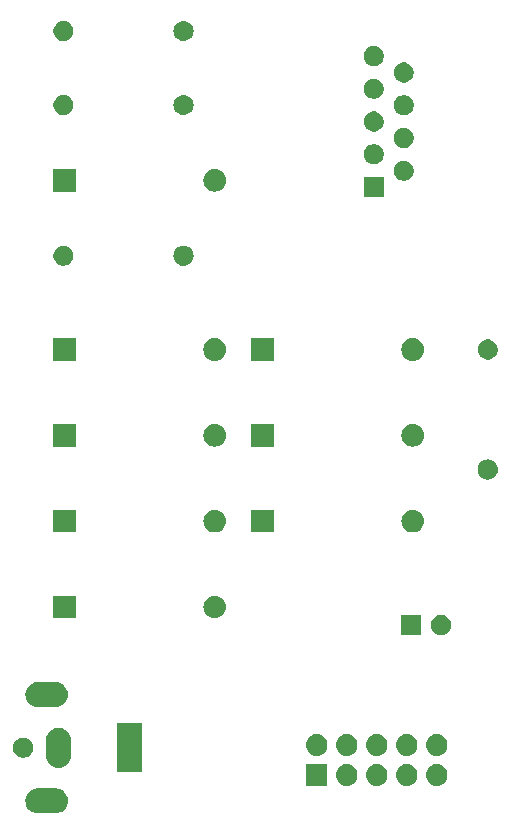
<source format=gbr>
%TF.GenerationSoftware,KiCad,Pcbnew,5.1.4-3.fc30*%
%TF.CreationDate,2019-10-13T14:02:28+02:00*%
%TF.ProjectId,dasa,64617361-2e6b-4696-9361-645f70636258,rev?*%
%TF.SameCoordinates,PX67eb070PY719b7f0*%
%TF.FileFunction,Soldermask,Bot*%
%TF.FilePolarity,Negative*%
%FSLAX46Y46*%
G04 Gerber Fmt 4.6, Leading zero omitted, Abs format (unit mm)*
G04 Created by KiCad (PCBNEW 5.1.4-3.fc30) date 2019-10-13 14:02:28*
%MOMM*%
%LPD*%
G04 APERTURE LIST*
%ADD10C,0.150000*%
G04 APERTURE END LIST*
D10*
G36*
X6197097Y7491931D02*
G01*
X6300032Y7481793D01*
X6498146Y7421695D01*
X6498149Y7421694D01*
X6594975Y7369939D01*
X6680729Y7324103D01*
X6840765Y7192765D01*
X6972103Y7032729D01*
X7017939Y6946975D01*
X7069694Y6850149D01*
X7069695Y6850146D01*
X7129793Y6652032D01*
X7150085Y6446000D01*
X7129793Y6239968D01*
X7069695Y6041854D01*
X7069694Y6041851D01*
X7017939Y5945025D01*
X6972103Y5859271D01*
X6840765Y5699235D01*
X6680729Y5567897D01*
X6594975Y5522061D01*
X6498149Y5470306D01*
X6498146Y5470305D01*
X6300032Y5410207D01*
X6197097Y5400069D01*
X6145631Y5395000D01*
X4542369Y5395000D01*
X4490903Y5400069D01*
X4387968Y5410207D01*
X4189854Y5470305D01*
X4189851Y5470306D01*
X4093025Y5522061D01*
X4007271Y5567897D01*
X3847235Y5699235D01*
X3715897Y5859271D01*
X3670061Y5945025D01*
X3618306Y6041851D01*
X3618305Y6041854D01*
X3558207Y6239968D01*
X3537915Y6446000D01*
X3558207Y6652032D01*
X3618305Y6850146D01*
X3618306Y6850149D01*
X3670061Y6946975D01*
X3715897Y7032729D01*
X3847235Y7192765D01*
X4007271Y7324103D01*
X4093025Y7369939D01*
X4189851Y7421694D01*
X4189854Y7421695D01*
X4387968Y7481793D01*
X4490903Y7491931D01*
X4542369Y7497000D01*
X6145631Y7497000D01*
X6197097Y7491931D01*
X6197097Y7491931D01*
G37*
G36*
X29108600Y7721400D02*
G01*
X27279400Y7721400D01*
X27279400Y9550600D01*
X29108600Y9550600D01*
X29108600Y7721400D01*
X29108600Y7721400D01*
G37*
G36*
X30913294Y9537367D02*
G01*
X31085695Y9485069D01*
X31244583Y9400142D01*
X31383849Y9285849D01*
X31498142Y9146583D01*
X31583069Y8987695D01*
X31635367Y8815294D01*
X31653025Y8636000D01*
X31635367Y8456706D01*
X31583069Y8284305D01*
X31498142Y8125417D01*
X31383849Y7986151D01*
X31244583Y7871858D01*
X31085695Y7786931D01*
X30913294Y7734633D01*
X30778931Y7721400D01*
X30689069Y7721400D01*
X30554706Y7734633D01*
X30382305Y7786931D01*
X30223417Y7871858D01*
X30084151Y7986151D01*
X29969858Y8125417D01*
X29884931Y8284305D01*
X29832633Y8456706D01*
X29814975Y8636000D01*
X29832633Y8815294D01*
X29884931Y8987695D01*
X29969858Y9146583D01*
X30084151Y9285849D01*
X30223417Y9400142D01*
X30382305Y9485069D01*
X30554706Y9537367D01*
X30689069Y9550600D01*
X30778931Y9550600D01*
X30913294Y9537367D01*
X30913294Y9537367D01*
G37*
G36*
X33453294Y9537367D02*
G01*
X33625695Y9485069D01*
X33784583Y9400142D01*
X33923849Y9285849D01*
X34038142Y9146583D01*
X34123069Y8987695D01*
X34175367Y8815294D01*
X34193025Y8636000D01*
X34175367Y8456706D01*
X34123069Y8284305D01*
X34038142Y8125417D01*
X33923849Y7986151D01*
X33784583Y7871858D01*
X33625695Y7786931D01*
X33453294Y7734633D01*
X33318931Y7721400D01*
X33229069Y7721400D01*
X33094706Y7734633D01*
X32922305Y7786931D01*
X32763417Y7871858D01*
X32624151Y7986151D01*
X32509858Y8125417D01*
X32424931Y8284305D01*
X32372633Y8456706D01*
X32354975Y8636000D01*
X32372633Y8815294D01*
X32424931Y8987695D01*
X32509858Y9146583D01*
X32624151Y9285849D01*
X32763417Y9400142D01*
X32922305Y9485069D01*
X33094706Y9537367D01*
X33229069Y9550600D01*
X33318931Y9550600D01*
X33453294Y9537367D01*
X33453294Y9537367D01*
G37*
G36*
X38533294Y9537367D02*
G01*
X38705695Y9485069D01*
X38864583Y9400142D01*
X39003849Y9285849D01*
X39118142Y9146583D01*
X39203069Y8987695D01*
X39255367Y8815294D01*
X39273025Y8636000D01*
X39255367Y8456706D01*
X39203069Y8284305D01*
X39118142Y8125417D01*
X39003849Y7986151D01*
X38864583Y7871858D01*
X38705695Y7786931D01*
X38533294Y7734633D01*
X38398931Y7721400D01*
X38309069Y7721400D01*
X38174706Y7734633D01*
X38002305Y7786931D01*
X37843417Y7871858D01*
X37704151Y7986151D01*
X37589858Y8125417D01*
X37504931Y8284305D01*
X37452633Y8456706D01*
X37434975Y8636000D01*
X37452633Y8815294D01*
X37504931Y8987695D01*
X37589858Y9146583D01*
X37704151Y9285849D01*
X37843417Y9400142D01*
X38002305Y9485069D01*
X38174706Y9537367D01*
X38309069Y9550600D01*
X38398931Y9550600D01*
X38533294Y9537367D01*
X38533294Y9537367D01*
G37*
G36*
X35993294Y9537367D02*
G01*
X36165695Y9485069D01*
X36324583Y9400142D01*
X36463849Y9285849D01*
X36578142Y9146583D01*
X36663069Y8987695D01*
X36715367Y8815294D01*
X36733025Y8636000D01*
X36715367Y8456706D01*
X36663069Y8284305D01*
X36578142Y8125417D01*
X36463849Y7986151D01*
X36324583Y7871858D01*
X36165695Y7786931D01*
X35993294Y7734633D01*
X35858931Y7721400D01*
X35769069Y7721400D01*
X35634706Y7734633D01*
X35462305Y7786931D01*
X35303417Y7871858D01*
X35164151Y7986151D01*
X35049858Y8125417D01*
X34964931Y8284305D01*
X34912633Y8456706D01*
X34894975Y8636000D01*
X34912633Y8815294D01*
X34964931Y8987695D01*
X35049858Y9146583D01*
X35164151Y9285849D01*
X35303417Y9400142D01*
X35462305Y9485069D01*
X35634706Y9537367D01*
X35769069Y9550600D01*
X35858931Y9550600D01*
X35993294Y9537367D01*
X35993294Y9537367D01*
G37*
G36*
X13395000Y8895000D02*
G01*
X11293000Y8895000D01*
X11293000Y12997000D01*
X13395000Y12997000D01*
X13395000Y8895000D01*
X13395000Y8895000D01*
G37*
G36*
X6550032Y12631793D02*
G01*
X6748146Y12571695D01*
X6748149Y12571694D01*
X6844975Y12519939D01*
X6930729Y12474103D01*
X7090765Y12342765D01*
X7222103Y12182729D01*
X7267939Y12096975D01*
X7319694Y12000149D01*
X7319695Y12000146D01*
X7379793Y11802032D01*
X7395000Y11647630D01*
X7395000Y10244370D01*
X7379793Y10089968D01*
X7319695Y9891855D01*
X7319694Y9891851D01*
X7267939Y9795025D01*
X7222103Y9709271D01*
X7090765Y9549235D01*
X6930729Y9417897D01*
X6814030Y9355521D01*
X6748148Y9320306D01*
X6748145Y9320305D01*
X6550031Y9260207D01*
X6344000Y9239915D01*
X6137968Y9260207D01*
X5939854Y9320305D01*
X5939851Y9320306D01*
X5843025Y9372061D01*
X5757271Y9417897D01*
X5597235Y9549235D01*
X5465897Y9709271D01*
X5368307Y9891851D01*
X5368306Y9891852D01*
X5368305Y9891855D01*
X5308207Y10089969D01*
X5293000Y10244371D01*
X5293000Y11647631D01*
X5308207Y11802030D01*
X5368305Y12000147D01*
X5443184Y12140234D01*
X5465898Y12182729D01*
X5597236Y12342765D01*
X5757272Y12474103D01*
X5843026Y12519939D01*
X5939852Y12571694D01*
X5939855Y12571695D01*
X6137969Y12631793D01*
X6344000Y12652085D01*
X6550032Y12631793D01*
X6550032Y12631793D01*
G37*
G36*
X3592228Y11764297D02*
G01*
X3747100Y11700147D01*
X3886481Y11607015D01*
X4005015Y11488481D01*
X4098147Y11349100D01*
X4162297Y11194228D01*
X4195000Y11029816D01*
X4195000Y10862184D01*
X4162297Y10697772D01*
X4098147Y10542900D01*
X4005015Y10403519D01*
X3886481Y10284985D01*
X3747100Y10191853D01*
X3592228Y10127703D01*
X3427816Y10095000D01*
X3260184Y10095000D01*
X3095772Y10127703D01*
X2940900Y10191853D01*
X2801519Y10284985D01*
X2682985Y10403519D01*
X2589853Y10542900D01*
X2525703Y10697772D01*
X2493000Y10862184D01*
X2493000Y11029816D01*
X2525703Y11194228D01*
X2589853Y11349100D01*
X2682985Y11488481D01*
X2801519Y11607015D01*
X2940900Y11700147D01*
X3095772Y11764297D01*
X3260184Y11797000D01*
X3427816Y11797000D01*
X3592228Y11764297D01*
X3592228Y11764297D01*
G37*
G36*
X28373294Y12077367D02*
G01*
X28545695Y12025069D01*
X28704583Y11940142D01*
X28843849Y11825849D01*
X28958142Y11686583D01*
X29043069Y11527695D01*
X29095367Y11355294D01*
X29113025Y11176000D01*
X29095367Y10996706D01*
X29043069Y10824305D01*
X28958142Y10665417D01*
X28843849Y10526151D01*
X28704583Y10411858D01*
X28545695Y10326931D01*
X28373294Y10274633D01*
X28238931Y10261400D01*
X28149069Y10261400D01*
X28014706Y10274633D01*
X27842305Y10326931D01*
X27683417Y10411858D01*
X27544151Y10526151D01*
X27429858Y10665417D01*
X27344931Y10824305D01*
X27292633Y10996706D01*
X27274975Y11176000D01*
X27292633Y11355294D01*
X27344931Y11527695D01*
X27429858Y11686583D01*
X27544151Y11825849D01*
X27683417Y11940142D01*
X27842305Y12025069D01*
X28014706Y12077367D01*
X28149069Y12090600D01*
X28238931Y12090600D01*
X28373294Y12077367D01*
X28373294Y12077367D01*
G37*
G36*
X38533294Y12077367D02*
G01*
X38705695Y12025069D01*
X38864583Y11940142D01*
X39003849Y11825849D01*
X39118142Y11686583D01*
X39203069Y11527695D01*
X39255367Y11355294D01*
X39273025Y11176000D01*
X39255367Y10996706D01*
X39203069Y10824305D01*
X39118142Y10665417D01*
X39003849Y10526151D01*
X38864583Y10411858D01*
X38705695Y10326931D01*
X38533294Y10274633D01*
X38398931Y10261400D01*
X38309069Y10261400D01*
X38174706Y10274633D01*
X38002305Y10326931D01*
X37843417Y10411858D01*
X37704151Y10526151D01*
X37589858Y10665417D01*
X37504931Y10824305D01*
X37452633Y10996706D01*
X37434975Y11176000D01*
X37452633Y11355294D01*
X37504931Y11527695D01*
X37589858Y11686583D01*
X37704151Y11825849D01*
X37843417Y11940142D01*
X38002305Y12025069D01*
X38174706Y12077367D01*
X38309069Y12090600D01*
X38398931Y12090600D01*
X38533294Y12077367D01*
X38533294Y12077367D01*
G37*
G36*
X30913294Y12077367D02*
G01*
X31085695Y12025069D01*
X31244583Y11940142D01*
X31383849Y11825849D01*
X31498142Y11686583D01*
X31583069Y11527695D01*
X31635367Y11355294D01*
X31653025Y11176000D01*
X31635367Y10996706D01*
X31583069Y10824305D01*
X31498142Y10665417D01*
X31383849Y10526151D01*
X31244583Y10411858D01*
X31085695Y10326931D01*
X30913294Y10274633D01*
X30778931Y10261400D01*
X30689069Y10261400D01*
X30554706Y10274633D01*
X30382305Y10326931D01*
X30223417Y10411858D01*
X30084151Y10526151D01*
X29969858Y10665417D01*
X29884931Y10824305D01*
X29832633Y10996706D01*
X29814975Y11176000D01*
X29832633Y11355294D01*
X29884931Y11527695D01*
X29969858Y11686583D01*
X30084151Y11825849D01*
X30223417Y11940142D01*
X30382305Y12025069D01*
X30554706Y12077367D01*
X30689069Y12090600D01*
X30778931Y12090600D01*
X30913294Y12077367D01*
X30913294Y12077367D01*
G37*
G36*
X35993294Y12077367D02*
G01*
X36165695Y12025069D01*
X36324583Y11940142D01*
X36463849Y11825849D01*
X36578142Y11686583D01*
X36663069Y11527695D01*
X36715367Y11355294D01*
X36733025Y11176000D01*
X36715367Y10996706D01*
X36663069Y10824305D01*
X36578142Y10665417D01*
X36463849Y10526151D01*
X36324583Y10411858D01*
X36165695Y10326931D01*
X35993294Y10274633D01*
X35858931Y10261400D01*
X35769069Y10261400D01*
X35634706Y10274633D01*
X35462305Y10326931D01*
X35303417Y10411858D01*
X35164151Y10526151D01*
X35049858Y10665417D01*
X34964931Y10824305D01*
X34912633Y10996706D01*
X34894975Y11176000D01*
X34912633Y11355294D01*
X34964931Y11527695D01*
X35049858Y11686583D01*
X35164151Y11825849D01*
X35303417Y11940142D01*
X35462305Y12025069D01*
X35634706Y12077367D01*
X35769069Y12090600D01*
X35858931Y12090600D01*
X35993294Y12077367D01*
X35993294Y12077367D01*
G37*
G36*
X33453294Y12077367D02*
G01*
X33625695Y12025069D01*
X33784583Y11940142D01*
X33923849Y11825849D01*
X34038142Y11686583D01*
X34123069Y11527695D01*
X34175367Y11355294D01*
X34193025Y11176000D01*
X34175367Y10996706D01*
X34123069Y10824305D01*
X34038142Y10665417D01*
X33923849Y10526151D01*
X33784583Y10411858D01*
X33625695Y10326931D01*
X33453294Y10274633D01*
X33318931Y10261400D01*
X33229069Y10261400D01*
X33094706Y10274633D01*
X32922305Y10326931D01*
X32763417Y10411858D01*
X32624151Y10526151D01*
X32509858Y10665417D01*
X32424931Y10824305D01*
X32372633Y10996706D01*
X32354975Y11176000D01*
X32372633Y11355294D01*
X32424931Y11527695D01*
X32509858Y11686583D01*
X32624151Y11825849D01*
X32763417Y11940142D01*
X32922305Y12025069D01*
X33094706Y12077367D01*
X33229069Y12090600D01*
X33318931Y12090600D01*
X33453294Y12077367D01*
X33453294Y12077367D01*
G37*
G36*
X6197097Y16491931D02*
G01*
X6300032Y16481793D01*
X6498146Y16421695D01*
X6498149Y16421694D01*
X6594975Y16369939D01*
X6680729Y16324103D01*
X6840765Y16192765D01*
X6972103Y16032729D01*
X7017939Y15946975D01*
X7069694Y15850149D01*
X7069695Y15850146D01*
X7129793Y15652032D01*
X7150085Y15446000D01*
X7129793Y15239968D01*
X7069695Y15041854D01*
X7069694Y15041851D01*
X7017939Y14945025D01*
X6972103Y14859271D01*
X6840765Y14699235D01*
X6680729Y14567897D01*
X6594975Y14522061D01*
X6498149Y14470306D01*
X6498146Y14470305D01*
X6300032Y14410207D01*
X6197097Y14400069D01*
X6145631Y14395000D01*
X4542369Y14395000D01*
X4490903Y14400069D01*
X4387968Y14410207D01*
X4189854Y14470305D01*
X4189851Y14470306D01*
X4093025Y14522061D01*
X4007271Y14567897D01*
X3847235Y14699235D01*
X3715897Y14859271D01*
X3670061Y14945025D01*
X3618306Y15041851D01*
X3618305Y15041854D01*
X3558207Y15239968D01*
X3537915Y15446000D01*
X3558207Y15652032D01*
X3618305Y15850146D01*
X3618306Y15850149D01*
X3670061Y15946975D01*
X3715897Y16032729D01*
X3847235Y16192765D01*
X4007271Y16324103D01*
X4093025Y16369939D01*
X4189851Y16421694D01*
X4189854Y16421695D01*
X4387968Y16481793D01*
X4490903Y16491931D01*
X4542369Y16497000D01*
X6145631Y16497000D01*
X6197097Y16491931D01*
X6197097Y16491931D01*
G37*
G36*
X37073000Y20485000D02*
G01*
X35371000Y20485000D01*
X35371000Y22187000D01*
X37073000Y22187000D01*
X37073000Y20485000D01*
X37073000Y20485000D01*
G37*
G36*
X38970228Y22154297D02*
G01*
X39125100Y22090147D01*
X39264481Y21997015D01*
X39383015Y21878481D01*
X39476147Y21739100D01*
X39540297Y21584228D01*
X39573000Y21419816D01*
X39573000Y21252184D01*
X39540297Y21087772D01*
X39476147Y20932900D01*
X39383015Y20793519D01*
X39264481Y20674985D01*
X39125100Y20581853D01*
X38970228Y20517703D01*
X38805816Y20485000D01*
X38638184Y20485000D01*
X38473772Y20517703D01*
X38318900Y20581853D01*
X38179519Y20674985D01*
X38060985Y20793519D01*
X37967853Y20932900D01*
X37903703Y21087772D01*
X37871000Y21252184D01*
X37871000Y21419816D01*
X37903703Y21584228D01*
X37967853Y21739100D01*
X38060985Y21878481D01*
X38179519Y21997015D01*
X38318900Y22090147D01*
X38473772Y22154297D01*
X38638184Y22187000D01*
X38805816Y22187000D01*
X38970228Y22154297D01*
X38970228Y22154297D01*
G37*
G36*
X19744425Y23797240D02*
G01*
X19744428Y23797239D01*
X19744429Y23797239D01*
X19923693Y23742860D01*
X19923696Y23742858D01*
X19923697Y23742858D01*
X20088903Y23654554D01*
X20233712Y23535712D01*
X20352554Y23390903D01*
X20440858Y23225697D01*
X20440860Y23225693D01*
X20495239Y23046429D01*
X20495240Y23046425D01*
X20513601Y22860000D01*
X20495240Y22673575D01*
X20495239Y22673572D01*
X20495239Y22673571D01*
X20440860Y22494307D01*
X20440858Y22494304D01*
X20440858Y22494303D01*
X20352554Y22329097D01*
X20233712Y22184288D01*
X20088903Y22065446D01*
X19923697Y21977142D01*
X19923693Y21977140D01*
X19744429Y21922761D01*
X19744428Y21922761D01*
X19744425Y21922760D01*
X19604718Y21909000D01*
X19511282Y21909000D01*
X19371575Y21922760D01*
X19371572Y21922761D01*
X19371571Y21922761D01*
X19192307Y21977140D01*
X19192303Y21977142D01*
X19027097Y22065446D01*
X18882288Y22184288D01*
X18763446Y22329097D01*
X18675142Y22494303D01*
X18675142Y22494304D01*
X18675140Y22494307D01*
X18620761Y22673571D01*
X18620761Y22673572D01*
X18620760Y22673575D01*
X18602399Y22860000D01*
X18620760Y23046425D01*
X18620761Y23046429D01*
X18675140Y23225693D01*
X18675142Y23225697D01*
X18763446Y23390903D01*
X18882288Y23535712D01*
X19027097Y23654554D01*
X19192303Y23742858D01*
X19192304Y23742858D01*
X19192307Y23742860D01*
X19371571Y23797239D01*
X19371572Y23797239D01*
X19371575Y23797240D01*
X19511282Y23811000D01*
X19604718Y23811000D01*
X19744425Y23797240D01*
X19744425Y23797240D01*
G37*
G36*
X7809000Y21909000D02*
G01*
X5907000Y21909000D01*
X5907000Y23811000D01*
X7809000Y23811000D01*
X7809000Y21909000D01*
X7809000Y21909000D01*
G37*
G36*
X24573000Y29174300D02*
G01*
X22671000Y29174300D01*
X22671000Y31076300D01*
X24573000Y31076300D01*
X24573000Y29174300D01*
X24573000Y29174300D01*
G37*
G36*
X7809000Y29174300D02*
G01*
X5907000Y29174300D01*
X5907000Y31076300D01*
X7809000Y31076300D01*
X7809000Y29174300D01*
X7809000Y29174300D01*
G37*
G36*
X19744425Y31062540D02*
G01*
X19744428Y31062539D01*
X19744429Y31062539D01*
X19923693Y31008160D01*
X19923696Y31008158D01*
X19923697Y31008158D01*
X20088903Y30919854D01*
X20233712Y30801012D01*
X20352554Y30656203D01*
X20440858Y30490997D01*
X20440860Y30490993D01*
X20495239Y30311729D01*
X20495240Y30311725D01*
X20513601Y30125300D01*
X20495240Y29938875D01*
X20495239Y29938872D01*
X20495239Y29938871D01*
X20440860Y29759607D01*
X20440858Y29759604D01*
X20440858Y29759603D01*
X20352554Y29594397D01*
X20233712Y29449588D01*
X20088903Y29330746D01*
X19923697Y29242442D01*
X19923693Y29242440D01*
X19744429Y29188061D01*
X19744428Y29188061D01*
X19744425Y29188060D01*
X19604718Y29174300D01*
X19511282Y29174300D01*
X19371575Y29188060D01*
X19371572Y29188061D01*
X19371571Y29188061D01*
X19192307Y29242440D01*
X19192303Y29242442D01*
X19027097Y29330746D01*
X18882288Y29449588D01*
X18763446Y29594397D01*
X18675142Y29759603D01*
X18675142Y29759604D01*
X18675140Y29759607D01*
X18620761Y29938871D01*
X18620761Y29938872D01*
X18620760Y29938875D01*
X18602399Y30125300D01*
X18620760Y30311725D01*
X18620761Y30311729D01*
X18675140Y30490993D01*
X18675142Y30490997D01*
X18763446Y30656203D01*
X18882288Y30801012D01*
X19027097Y30919854D01*
X19192303Y31008158D01*
X19192304Y31008158D01*
X19192307Y31008160D01*
X19371571Y31062539D01*
X19371572Y31062539D01*
X19371575Y31062540D01*
X19511282Y31076300D01*
X19604718Y31076300D01*
X19744425Y31062540D01*
X19744425Y31062540D01*
G37*
G36*
X36508425Y31062540D02*
G01*
X36508428Y31062539D01*
X36508429Y31062539D01*
X36687693Y31008160D01*
X36687696Y31008158D01*
X36687697Y31008158D01*
X36852903Y30919854D01*
X36997712Y30801012D01*
X37116554Y30656203D01*
X37204858Y30490997D01*
X37204860Y30490993D01*
X37259239Y30311729D01*
X37259240Y30311725D01*
X37277601Y30125300D01*
X37259240Y29938875D01*
X37259239Y29938872D01*
X37259239Y29938871D01*
X37204860Y29759607D01*
X37204858Y29759604D01*
X37204858Y29759603D01*
X37116554Y29594397D01*
X36997712Y29449588D01*
X36852903Y29330746D01*
X36687697Y29242442D01*
X36687693Y29242440D01*
X36508429Y29188061D01*
X36508428Y29188061D01*
X36508425Y29188060D01*
X36368718Y29174300D01*
X36275282Y29174300D01*
X36135575Y29188060D01*
X36135572Y29188061D01*
X36135571Y29188061D01*
X35956307Y29242440D01*
X35956303Y29242442D01*
X35791097Y29330746D01*
X35646288Y29449588D01*
X35527446Y29594397D01*
X35439142Y29759603D01*
X35439142Y29759604D01*
X35439140Y29759607D01*
X35384761Y29938871D01*
X35384761Y29938872D01*
X35384760Y29938875D01*
X35366399Y30125300D01*
X35384760Y30311725D01*
X35384761Y30311729D01*
X35439140Y30490993D01*
X35439142Y30490997D01*
X35527446Y30656203D01*
X35646288Y30801012D01*
X35791097Y30919854D01*
X35956303Y31008158D01*
X35956304Y31008158D01*
X35956307Y31008160D01*
X36135571Y31062539D01*
X36135572Y31062539D01*
X36135575Y31062540D01*
X36275282Y31076300D01*
X36368718Y31076300D01*
X36508425Y31062540D01*
X36508425Y31062540D01*
G37*
G36*
X42838823Y35334687D02*
G01*
X42999242Y35286024D01*
X43131906Y35215114D01*
X43147078Y35207004D01*
X43276659Y35100659D01*
X43383004Y34971078D01*
X43383005Y34971076D01*
X43462024Y34823242D01*
X43510687Y34662823D01*
X43527117Y34496000D01*
X43510687Y34329177D01*
X43462024Y34168758D01*
X43391114Y34036094D01*
X43383004Y34020922D01*
X43276659Y33891341D01*
X43147078Y33784996D01*
X43147076Y33784995D01*
X42999242Y33705976D01*
X42838823Y33657313D01*
X42713804Y33645000D01*
X42630196Y33645000D01*
X42505177Y33657313D01*
X42344758Y33705976D01*
X42196924Y33784995D01*
X42196922Y33784996D01*
X42067341Y33891341D01*
X41960996Y34020922D01*
X41952886Y34036094D01*
X41881976Y34168758D01*
X41833313Y34329177D01*
X41816883Y34496000D01*
X41833313Y34662823D01*
X41881976Y34823242D01*
X41960995Y34971076D01*
X41960996Y34971078D01*
X42067341Y35100659D01*
X42196922Y35207004D01*
X42212094Y35215114D01*
X42344758Y35286024D01*
X42505177Y35334687D01*
X42630196Y35347000D01*
X42713804Y35347000D01*
X42838823Y35334687D01*
X42838823Y35334687D01*
G37*
G36*
X24573000Y36439700D02*
G01*
X22671000Y36439700D01*
X22671000Y38341700D01*
X24573000Y38341700D01*
X24573000Y36439700D01*
X24573000Y36439700D01*
G37*
G36*
X7809000Y36439700D02*
G01*
X5907000Y36439700D01*
X5907000Y38341700D01*
X7809000Y38341700D01*
X7809000Y36439700D01*
X7809000Y36439700D01*
G37*
G36*
X36508425Y38327940D02*
G01*
X36508428Y38327939D01*
X36508429Y38327939D01*
X36687693Y38273560D01*
X36687696Y38273558D01*
X36687697Y38273558D01*
X36852903Y38185254D01*
X36997712Y38066412D01*
X37116554Y37921603D01*
X37204858Y37756397D01*
X37204860Y37756393D01*
X37259239Y37577129D01*
X37259240Y37577125D01*
X37277601Y37390700D01*
X37259240Y37204275D01*
X37259239Y37204272D01*
X37259239Y37204271D01*
X37204860Y37025007D01*
X37204858Y37025004D01*
X37204858Y37025003D01*
X37116554Y36859797D01*
X36997712Y36714988D01*
X36852903Y36596146D01*
X36687697Y36507842D01*
X36687693Y36507840D01*
X36508429Y36453461D01*
X36508428Y36453461D01*
X36508425Y36453460D01*
X36368718Y36439700D01*
X36275282Y36439700D01*
X36135575Y36453460D01*
X36135572Y36453461D01*
X36135571Y36453461D01*
X35956307Y36507840D01*
X35956303Y36507842D01*
X35791097Y36596146D01*
X35646288Y36714988D01*
X35527446Y36859797D01*
X35439142Y37025003D01*
X35439142Y37025004D01*
X35439140Y37025007D01*
X35384761Y37204271D01*
X35384761Y37204272D01*
X35384760Y37204275D01*
X35366399Y37390700D01*
X35384760Y37577125D01*
X35384761Y37577129D01*
X35439140Y37756393D01*
X35439142Y37756397D01*
X35527446Y37921603D01*
X35646288Y38066412D01*
X35791097Y38185254D01*
X35956303Y38273558D01*
X35956304Y38273558D01*
X35956307Y38273560D01*
X36135571Y38327939D01*
X36135572Y38327939D01*
X36135575Y38327940D01*
X36275282Y38341700D01*
X36368718Y38341700D01*
X36508425Y38327940D01*
X36508425Y38327940D01*
G37*
G36*
X19744425Y38327940D02*
G01*
X19744428Y38327939D01*
X19744429Y38327939D01*
X19923693Y38273560D01*
X19923696Y38273558D01*
X19923697Y38273558D01*
X20088903Y38185254D01*
X20233712Y38066412D01*
X20352554Y37921603D01*
X20440858Y37756397D01*
X20440860Y37756393D01*
X20495239Y37577129D01*
X20495240Y37577125D01*
X20513601Y37390700D01*
X20495240Y37204275D01*
X20495239Y37204272D01*
X20495239Y37204271D01*
X20440860Y37025007D01*
X20440858Y37025004D01*
X20440858Y37025003D01*
X20352554Y36859797D01*
X20233712Y36714988D01*
X20088903Y36596146D01*
X19923697Y36507842D01*
X19923693Y36507840D01*
X19744429Y36453461D01*
X19744428Y36453461D01*
X19744425Y36453460D01*
X19604718Y36439700D01*
X19511282Y36439700D01*
X19371575Y36453460D01*
X19371572Y36453461D01*
X19371571Y36453461D01*
X19192307Y36507840D01*
X19192303Y36507842D01*
X19027097Y36596146D01*
X18882288Y36714988D01*
X18763446Y36859797D01*
X18675142Y37025003D01*
X18675142Y37025004D01*
X18675140Y37025007D01*
X18620761Y37204271D01*
X18620761Y37204272D01*
X18620760Y37204275D01*
X18602399Y37390700D01*
X18620760Y37577125D01*
X18620761Y37577129D01*
X18675140Y37756393D01*
X18675142Y37756397D01*
X18763446Y37921603D01*
X18882288Y38066412D01*
X19027097Y38185254D01*
X19192303Y38273558D01*
X19192304Y38273558D01*
X19192307Y38273560D01*
X19371571Y38327939D01*
X19371572Y38327939D01*
X19371575Y38327940D01*
X19511282Y38341700D01*
X19604718Y38341700D01*
X19744425Y38327940D01*
X19744425Y38327940D01*
G37*
G36*
X24573000Y43705000D02*
G01*
X22671000Y43705000D01*
X22671000Y45607000D01*
X24573000Y45607000D01*
X24573000Y43705000D01*
X24573000Y43705000D01*
G37*
G36*
X36508425Y45593240D02*
G01*
X36508428Y45593239D01*
X36508429Y45593239D01*
X36687693Y45538860D01*
X36687696Y45538858D01*
X36687697Y45538858D01*
X36852903Y45450554D01*
X36997712Y45331712D01*
X37116554Y45186903D01*
X37184867Y45059097D01*
X37204860Y45021693D01*
X37259239Y44842429D01*
X37259240Y44842425D01*
X37277601Y44656000D01*
X37259240Y44469575D01*
X37259239Y44469572D01*
X37259239Y44469571D01*
X37204860Y44290307D01*
X37204858Y44290304D01*
X37204858Y44290303D01*
X37116554Y44125097D01*
X36997712Y43980288D01*
X36852903Y43861446D01*
X36747299Y43805000D01*
X36687693Y43773140D01*
X36508429Y43718761D01*
X36508428Y43718761D01*
X36508425Y43718760D01*
X36368718Y43705000D01*
X36275282Y43705000D01*
X36135575Y43718760D01*
X36135572Y43718761D01*
X36135571Y43718761D01*
X35956307Y43773140D01*
X35896701Y43805000D01*
X35791097Y43861446D01*
X35646288Y43980288D01*
X35527446Y44125097D01*
X35439142Y44290303D01*
X35439142Y44290304D01*
X35439140Y44290307D01*
X35384761Y44469571D01*
X35384761Y44469572D01*
X35384760Y44469575D01*
X35366399Y44656000D01*
X35384760Y44842425D01*
X35384761Y44842429D01*
X35439140Y45021693D01*
X35459133Y45059097D01*
X35527446Y45186903D01*
X35646288Y45331712D01*
X35791097Y45450554D01*
X35956303Y45538858D01*
X35956304Y45538858D01*
X35956307Y45538860D01*
X36135571Y45593239D01*
X36135572Y45593239D01*
X36135575Y45593240D01*
X36275282Y45607000D01*
X36368718Y45607000D01*
X36508425Y45593240D01*
X36508425Y45593240D01*
G37*
G36*
X19744425Y45593240D02*
G01*
X19744428Y45593239D01*
X19744429Y45593239D01*
X19923693Y45538860D01*
X19923696Y45538858D01*
X19923697Y45538858D01*
X20088903Y45450554D01*
X20233712Y45331712D01*
X20352554Y45186903D01*
X20420867Y45059097D01*
X20440860Y45021693D01*
X20495239Y44842429D01*
X20495240Y44842425D01*
X20513601Y44656000D01*
X20495240Y44469575D01*
X20495239Y44469572D01*
X20495239Y44469571D01*
X20440860Y44290307D01*
X20440858Y44290304D01*
X20440858Y44290303D01*
X20352554Y44125097D01*
X20233712Y43980288D01*
X20088903Y43861446D01*
X19983299Y43805000D01*
X19923693Y43773140D01*
X19744429Y43718761D01*
X19744428Y43718761D01*
X19744425Y43718760D01*
X19604718Y43705000D01*
X19511282Y43705000D01*
X19371575Y43718760D01*
X19371572Y43718761D01*
X19371571Y43718761D01*
X19192307Y43773140D01*
X19132701Y43805000D01*
X19027097Y43861446D01*
X18882288Y43980288D01*
X18763446Y44125097D01*
X18675142Y44290303D01*
X18675142Y44290304D01*
X18675140Y44290307D01*
X18620761Y44469571D01*
X18620761Y44469572D01*
X18620760Y44469575D01*
X18602399Y44656000D01*
X18620760Y44842425D01*
X18620761Y44842429D01*
X18675140Y45021693D01*
X18695133Y45059097D01*
X18763446Y45186903D01*
X18882288Y45331712D01*
X19027097Y45450554D01*
X19192303Y45538858D01*
X19192304Y45538858D01*
X19192307Y45538860D01*
X19371571Y45593239D01*
X19371572Y45593239D01*
X19371575Y45593240D01*
X19511282Y45607000D01*
X19604718Y45607000D01*
X19744425Y45593240D01*
X19744425Y45593240D01*
G37*
G36*
X7809000Y43705000D02*
G01*
X5907000Y43705000D01*
X5907000Y45607000D01*
X7809000Y45607000D01*
X7809000Y43705000D01*
X7809000Y43705000D01*
G37*
G36*
X42920228Y45474297D02*
G01*
X43075100Y45410147D01*
X43214481Y45317015D01*
X43333015Y45198481D01*
X43426147Y45059100D01*
X43490297Y44904228D01*
X43523000Y44739816D01*
X43523000Y44572184D01*
X43490297Y44407772D01*
X43426147Y44252900D01*
X43333015Y44113519D01*
X43214481Y43994985D01*
X43075100Y43901853D01*
X42920228Y43837703D01*
X42755816Y43805000D01*
X42588184Y43805000D01*
X42423772Y43837703D01*
X42268900Y43901853D01*
X42129519Y43994985D01*
X42010985Y44113519D01*
X41917853Y44252900D01*
X41853703Y44407772D01*
X41821000Y44572184D01*
X41821000Y44739816D01*
X41853703Y44904228D01*
X41917853Y45059100D01*
X42010985Y45198481D01*
X42129519Y45317015D01*
X42268900Y45410147D01*
X42423772Y45474297D01*
X42588184Y45507000D01*
X42755816Y45507000D01*
X42920228Y45474297D01*
X42920228Y45474297D01*
G37*
G36*
X17084823Y53448687D02*
G01*
X17245242Y53400024D01*
X17312361Y53364148D01*
X17393078Y53321004D01*
X17522659Y53214659D01*
X17629004Y53085078D01*
X17629005Y53085076D01*
X17708024Y52937242D01*
X17756687Y52776823D01*
X17773117Y52610000D01*
X17756687Y52443177D01*
X17708024Y52282758D01*
X17667477Y52206900D01*
X17629004Y52134922D01*
X17522659Y52005341D01*
X17393078Y51898996D01*
X17393076Y51898995D01*
X17245242Y51819976D01*
X17084823Y51771313D01*
X16959804Y51759000D01*
X16876196Y51759000D01*
X16751177Y51771313D01*
X16590758Y51819976D01*
X16442924Y51898995D01*
X16442922Y51898996D01*
X16313341Y52005341D01*
X16206996Y52134922D01*
X16168523Y52206900D01*
X16127976Y52282758D01*
X16079313Y52443177D01*
X16062883Y52610000D01*
X16079313Y52776823D01*
X16127976Y52937242D01*
X16206995Y53085076D01*
X16206996Y53085078D01*
X16313341Y53214659D01*
X16442922Y53321004D01*
X16523639Y53364148D01*
X16590758Y53400024D01*
X16751177Y53448687D01*
X16876196Y53461000D01*
X16959804Y53461000D01*
X17084823Y53448687D01*
X17084823Y53448687D01*
G37*
G36*
X7006228Y53428297D02*
G01*
X7161100Y53364147D01*
X7300481Y53271015D01*
X7419015Y53152481D01*
X7512147Y53013100D01*
X7576297Y52858228D01*
X7609000Y52693816D01*
X7609000Y52526184D01*
X7576297Y52361772D01*
X7512147Y52206900D01*
X7419015Y52067519D01*
X7300481Y51948985D01*
X7161100Y51855853D01*
X7006228Y51791703D01*
X6841816Y51759000D01*
X6674184Y51759000D01*
X6509772Y51791703D01*
X6354900Y51855853D01*
X6215519Y51948985D01*
X6096985Y52067519D01*
X6003853Y52206900D01*
X5939703Y52361772D01*
X5907000Y52526184D01*
X5907000Y52693816D01*
X5939703Y52858228D01*
X6003853Y53013100D01*
X6096985Y53152481D01*
X6215519Y53271015D01*
X6354900Y53364147D01*
X6509772Y53428297D01*
X6674184Y53461000D01*
X6841816Y53461000D01*
X7006228Y53428297D01*
X7006228Y53428297D01*
G37*
G36*
X33871000Y57569000D02*
G01*
X32169000Y57569000D01*
X32169000Y59271000D01*
X33871000Y59271000D01*
X33871000Y57569000D01*
X33871000Y57569000D01*
G37*
G36*
X7809000Y58031700D02*
G01*
X5907000Y58031700D01*
X5907000Y59933700D01*
X7809000Y59933700D01*
X7809000Y58031700D01*
X7809000Y58031700D01*
G37*
G36*
X19744425Y59919940D02*
G01*
X19744428Y59919939D01*
X19744429Y59919939D01*
X19923693Y59865560D01*
X19923696Y59865558D01*
X19923697Y59865558D01*
X20088903Y59777254D01*
X20233712Y59658412D01*
X20352554Y59513603D01*
X20412260Y59401900D01*
X20440860Y59348393D01*
X20495239Y59169129D01*
X20495240Y59169125D01*
X20513601Y58982700D01*
X20495240Y58796275D01*
X20495239Y58796272D01*
X20495239Y58796271D01*
X20440860Y58617007D01*
X20440858Y58617004D01*
X20440858Y58617003D01*
X20352554Y58451797D01*
X20233712Y58306988D01*
X20088903Y58188146D01*
X19923697Y58099842D01*
X19923693Y58099840D01*
X19744429Y58045461D01*
X19744428Y58045461D01*
X19744425Y58045460D01*
X19604718Y58031700D01*
X19511282Y58031700D01*
X19371575Y58045460D01*
X19371572Y58045461D01*
X19371571Y58045461D01*
X19192307Y58099840D01*
X19192303Y58099842D01*
X19027097Y58188146D01*
X18882288Y58306988D01*
X18763446Y58451797D01*
X18675142Y58617003D01*
X18675142Y58617004D01*
X18675140Y58617007D01*
X18620761Y58796271D01*
X18620761Y58796272D01*
X18620760Y58796275D01*
X18602399Y58982700D01*
X18620760Y59169125D01*
X18620761Y59169129D01*
X18675140Y59348393D01*
X18703740Y59401900D01*
X18763446Y59513603D01*
X18882288Y59658412D01*
X19027097Y59777254D01*
X19192303Y59865558D01*
X19192304Y59865558D01*
X19192307Y59865560D01*
X19371571Y59919939D01*
X19371572Y59919939D01*
X19371575Y59919940D01*
X19511282Y59933700D01*
X19604718Y59933700D01*
X19744425Y59919940D01*
X19744425Y59919940D01*
G37*
G36*
X35808228Y60623297D02*
G01*
X35963100Y60559147D01*
X36102481Y60466015D01*
X36221015Y60347481D01*
X36314147Y60208100D01*
X36378297Y60053228D01*
X36411000Y59888816D01*
X36411000Y59721184D01*
X36378297Y59556772D01*
X36314147Y59401900D01*
X36221015Y59262519D01*
X36102481Y59143985D01*
X35963100Y59050853D01*
X35808228Y58986703D01*
X35643816Y58954000D01*
X35476184Y58954000D01*
X35311772Y58986703D01*
X35156900Y59050853D01*
X35017519Y59143985D01*
X34898985Y59262519D01*
X34805853Y59401900D01*
X34741703Y59556772D01*
X34709000Y59721184D01*
X34709000Y59888816D01*
X34741703Y60053228D01*
X34805853Y60208100D01*
X34898985Y60347481D01*
X35017519Y60466015D01*
X35156900Y60559147D01*
X35311772Y60623297D01*
X35476184Y60656000D01*
X35643816Y60656000D01*
X35808228Y60623297D01*
X35808228Y60623297D01*
G37*
G36*
X33268228Y62008297D02*
G01*
X33423100Y61944147D01*
X33562481Y61851015D01*
X33681015Y61732481D01*
X33774147Y61593100D01*
X33838297Y61438228D01*
X33871000Y61273816D01*
X33871000Y61106184D01*
X33838297Y60941772D01*
X33774147Y60786900D01*
X33681015Y60647519D01*
X33562481Y60528985D01*
X33423100Y60435853D01*
X33268228Y60371703D01*
X33103816Y60339000D01*
X32936184Y60339000D01*
X32771772Y60371703D01*
X32616900Y60435853D01*
X32477519Y60528985D01*
X32358985Y60647519D01*
X32265853Y60786900D01*
X32201703Y60941772D01*
X32169000Y61106184D01*
X32169000Y61273816D01*
X32201703Y61438228D01*
X32265853Y61593100D01*
X32358985Y61732481D01*
X32477519Y61851015D01*
X32616900Y61944147D01*
X32771772Y62008297D01*
X32936184Y62041000D01*
X33103816Y62041000D01*
X33268228Y62008297D01*
X33268228Y62008297D01*
G37*
G36*
X35808228Y63393297D02*
G01*
X35963100Y63329147D01*
X36102481Y63236015D01*
X36221015Y63117481D01*
X36314147Y62978100D01*
X36378297Y62823228D01*
X36411000Y62658816D01*
X36411000Y62491184D01*
X36378297Y62326772D01*
X36314147Y62171900D01*
X36221015Y62032519D01*
X36102481Y61913985D01*
X35963100Y61820853D01*
X35808228Y61756703D01*
X35643816Y61724000D01*
X35476184Y61724000D01*
X35311772Y61756703D01*
X35156900Y61820853D01*
X35017519Y61913985D01*
X34898985Y62032519D01*
X34805853Y62171900D01*
X34741703Y62326772D01*
X34709000Y62491184D01*
X34709000Y62658816D01*
X34741703Y62823228D01*
X34805853Y62978100D01*
X34898985Y63117481D01*
X35017519Y63236015D01*
X35156900Y63329147D01*
X35311772Y63393297D01*
X35476184Y63426000D01*
X35643816Y63426000D01*
X35808228Y63393297D01*
X35808228Y63393297D01*
G37*
G36*
X33268228Y64778297D02*
G01*
X33423100Y64714147D01*
X33562481Y64621015D01*
X33681015Y64502481D01*
X33774147Y64363100D01*
X33838297Y64208228D01*
X33871000Y64043816D01*
X33871000Y63876184D01*
X33838297Y63711772D01*
X33774147Y63556900D01*
X33681015Y63417519D01*
X33562481Y63298985D01*
X33423100Y63205853D01*
X33268228Y63141703D01*
X33103816Y63109000D01*
X32936184Y63109000D01*
X32771772Y63141703D01*
X32616900Y63205853D01*
X32477519Y63298985D01*
X32358985Y63417519D01*
X32265853Y63556900D01*
X32201703Y63711772D01*
X32169000Y63876184D01*
X32169000Y64043816D01*
X32201703Y64208228D01*
X32265853Y64363100D01*
X32358985Y64502481D01*
X32477519Y64621015D01*
X32616900Y64714147D01*
X32771772Y64778297D01*
X32936184Y64811000D01*
X33103816Y64811000D01*
X33268228Y64778297D01*
X33268228Y64778297D01*
G37*
G36*
X35808228Y66163297D02*
G01*
X35963100Y66099147D01*
X36102481Y66006015D01*
X36221015Y65887481D01*
X36314147Y65748100D01*
X36378297Y65593228D01*
X36411000Y65428816D01*
X36411000Y65261184D01*
X36378297Y65096772D01*
X36314147Y64941900D01*
X36221015Y64802519D01*
X36102481Y64683985D01*
X35963100Y64590853D01*
X35808228Y64526703D01*
X35643816Y64494000D01*
X35476184Y64494000D01*
X35311772Y64526703D01*
X35156900Y64590853D01*
X35017519Y64683985D01*
X34898985Y64802519D01*
X34805853Y64941900D01*
X34741703Y65096772D01*
X34709000Y65261184D01*
X34709000Y65428816D01*
X34741703Y65593228D01*
X34805853Y65748100D01*
X34898985Y65887481D01*
X35017519Y66006015D01*
X35156900Y66099147D01*
X35311772Y66163297D01*
X35476184Y66196000D01*
X35643816Y66196000D01*
X35808228Y66163297D01*
X35808228Y66163297D01*
G37*
G36*
X17084823Y66193987D02*
G01*
X17245242Y66145324D01*
X17312361Y66109448D01*
X17393078Y66066304D01*
X17522659Y65959959D01*
X17629004Y65830378D01*
X17629005Y65830376D01*
X17708024Y65682542D01*
X17756687Y65522123D01*
X17773117Y65355300D01*
X17756687Y65188477D01*
X17708024Y65028058D01*
X17637114Y64895394D01*
X17629004Y64880222D01*
X17522659Y64750641D01*
X17393078Y64644296D01*
X17393076Y64644295D01*
X17245242Y64565276D01*
X17084823Y64516613D01*
X16959804Y64504300D01*
X16876196Y64504300D01*
X16751177Y64516613D01*
X16590758Y64565276D01*
X16442924Y64644295D01*
X16442922Y64644296D01*
X16313341Y64750641D01*
X16206996Y64880222D01*
X16198886Y64895394D01*
X16127976Y65028058D01*
X16079313Y65188477D01*
X16062883Y65355300D01*
X16079313Y65522123D01*
X16127976Y65682542D01*
X16206995Y65830376D01*
X16206996Y65830378D01*
X16313341Y65959959D01*
X16442922Y66066304D01*
X16523639Y66109448D01*
X16590758Y66145324D01*
X16751177Y66193987D01*
X16876196Y66206300D01*
X16959804Y66206300D01*
X17084823Y66193987D01*
X17084823Y66193987D01*
G37*
G36*
X7006228Y66173597D02*
G01*
X7161100Y66109447D01*
X7300481Y66016315D01*
X7419015Y65897781D01*
X7512147Y65758400D01*
X7576297Y65603528D01*
X7609000Y65439116D01*
X7609000Y65271484D01*
X7576297Y65107072D01*
X7512147Y64952200D01*
X7419015Y64812819D01*
X7300481Y64694285D01*
X7161100Y64601153D01*
X7006228Y64537003D01*
X6841816Y64504300D01*
X6674184Y64504300D01*
X6509772Y64537003D01*
X6354900Y64601153D01*
X6215519Y64694285D01*
X6096985Y64812819D01*
X6003853Y64952200D01*
X5939703Y65107072D01*
X5907000Y65271484D01*
X5907000Y65439116D01*
X5939703Y65603528D01*
X6003853Y65758400D01*
X6096985Y65897781D01*
X6215519Y66016315D01*
X6354900Y66109447D01*
X6509772Y66173597D01*
X6674184Y66206300D01*
X6841816Y66206300D01*
X7006228Y66173597D01*
X7006228Y66173597D01*
G37*
G36*
X33268228Y67548297D02*
G01*
X33423100Y67484147D01*
X33562481Y67391015D01*
X33681015Y67272481D01*
X33774147Y67133100D01*
X33838297Y66978228D01*
X33871000Y66813816D01*
X33871000Y66646184D01*
X33838297Y66481772D01*
X33774147Y66326900D01*
X33681015Y66187519D01*
X33562481Y66068985D01*
X33423100Y65975853D01*
X33268228Y65911703D01*
X33103816Y65879000D01*
X32936184Y65879000D01*
X32771772Y65911703D01*
X32616900Y65975853D01*
X32477519Y66068985D01*
X32358985Y66187519D01*
X32265853Y66326900D01*
X32201703Y66481772D01*
X32169000Y66646184D01*
X32169000Y66813816D01*
X32201703Y66978228D01*
X32265853Y67133100D01*
X32358985Y67272481D01*
X32477519Y67391015D01*
X32616900Y67484147D01*
X32771772Y67548297D01*
X32936184Y67581000D01*
X33103816Y67581000D01*
X33268228Y67548297D01*
X33268228Y67548297D01*
G37*
G36*
X35808228Y68933297D02*
G01*
X35963100Y68869147D01*
X36102481Y68776015D01*
X36221015Y68657481D01*
X36314147Y68518100D01*
X36378297Y68363228D01*
X36411000Y68198816D01*
X36411000Y68031184D01*
X36378297Y67866772D01*
X36314147Y67711900D01*
X36221015Y67572519D01*
X36102481Y67453985D01*
X35963100Y67360853D01*
X35808228Y67296703D01*
X35643816Y67264000D01*
X35476184Y67264000D01*
X35311772Y67296703D01*
X35156900Y67360853D01*
X35017519Y67453985D01*
X34898985Y67572519D01*
X34805853Y67711900D01*
X34741703Y67866772D01*
X34709000Y68031184D01*
X34709000Y68198816D01*
X34741703Y68363228D01*
X34805853Y68518100D01*
X34898985Y68657481D01*
X35017519Y68776015D01*
X35156900Y68869147D01*
X35311772Y68933297D01*
X35476184Y68966000D01*
X35643816Y68966000D01*
X35808228Y68933297D01*
X35808228Y68933297D01*
G37*
G36*
X33268228Y70318297D02*
G01*
X33423100Y70254147D01*
X33562481Y70161015D01*
X33681015Y70042481D01*
X33774147Y69903100D01*
X33838297Y69748228D01*
X33871000Y69583816D01*
X33871000Y69416184D01*
X33838297Y69251772D01*
X33774147Y69096900D01*
X33681015Y68957519D01*
X33562481Y68838985D01*
X33423100Y68745853D01*
X33268228Y68681703D01*
X33103816Y68649000D01*
X32936184Y68649000D01*
X32771772Y68681703D01*
X32616900Y68745853D01*
X32477519Y68838985D01*
X32358985Y68957519D01*
X32265853Y69096900D01*
X32201703Y69251772D01*
X32169000Y69416184D01*
X32169000Y69583816D01*
X32201703Y69748228D01*
X32265853Y69903100D01*
X32358985Y70042481D01*
X32477519Y70161015D01*
X32616900Y70254147D01*
X32771772Y70318297D01*
X32936184Y70351000D01*
X33103816Y70351000D01*
X33268228Y70318297D01*
X33268228Y70318297D01*
G37*
G36*
X17084823Y72466687D02*
G01*
X17245242Y72418024D01*
X17312361Y72382148D01*
X17393078Y72339004D01*
X17522659Y72232659D01*
X17629004Y72103078D01*
X17629005Y72103076D01*
X17708024Y71955242D01*
X17756687Y71794823D01*
X17773117Y71628000D01*
X17756687Y71461177D01*
X17708024Y71300758D01*
X17667477Y71224900D01*
X17629004Y71152922D01*
X17522659Y71023341D01*
X17393078Y70916996D01*
X17393076Y70916995D01*
X17245242Y70837976D01*
X17084823Y70789313D01*
X16959804Y70777000D01*
X16876196Y70777000D01*
X16751177Y70789313D01*
X16590758Y70837976D01*
X16442924Y70916995D01*
X16442922Y70916996D01*
X16313341Y71023341D01*
X16206996Y71152922D01*
X16168523Y71224900D01*
X16127976Y71300758D01*
X16079313Y71461177D01*
X16062883Y71628000D01*
X16079313Y71794823D01*
X16127976Y71955242D01*
X16206995Y72103076D01*
X16206996Y72103078D01*
X16313341Y72232659D01*
X16442922Y72339004D01*
X16523639Y72382148D01*
X16590758Y72418024D01*
X16751177Y72466687D01*
X16876196Y72479000D01*
X16959804Y72479000D01*
X17084823Y72466687D01*
X17084823Y72466687D01*
G37*
G36*
X7006228Y72446297D02*
G01*
X7161100Y72382147D01*
X7300481Y72289015D01*
X7419015Y72170481D01*
X7512147Y72031100D01*
X7576297Y71876228D01*
X7609000Y71711816D01*
X7609000Y71544184D01*
X7576297Y71379772D01*
X7512147Y71224900D01*
X7419015Y71085519D01*
X7300481Y70966985D01*
X7161100Y70873853D01*
X7006228Y70809703D01*
X6841816Y70777000D01*
X6674184Y70777000D01*
X6509772Y70809703D01*
X6354900Y70873853D01*
X6215519Y70966985D01*
X6096985Y71085519D01*
X6003853Y71224900D01*
X5939703Y71379772D01*
X5907000Y71544184D01*
X5907000Y71711816D01*
X5939703Y71876228D01*
X6003853Y72031100D01*
X6096985Y72170481D01*
X6215519Y72289015D01*
X6354900Y72382147D01*
X6509772Y72446297D01*
X6674184Y72479000D01*
X6841816Y72479000D01*
X7006228Y72446297D01*
X7006228Y72446297D01*
G37*
M02*

</source>
